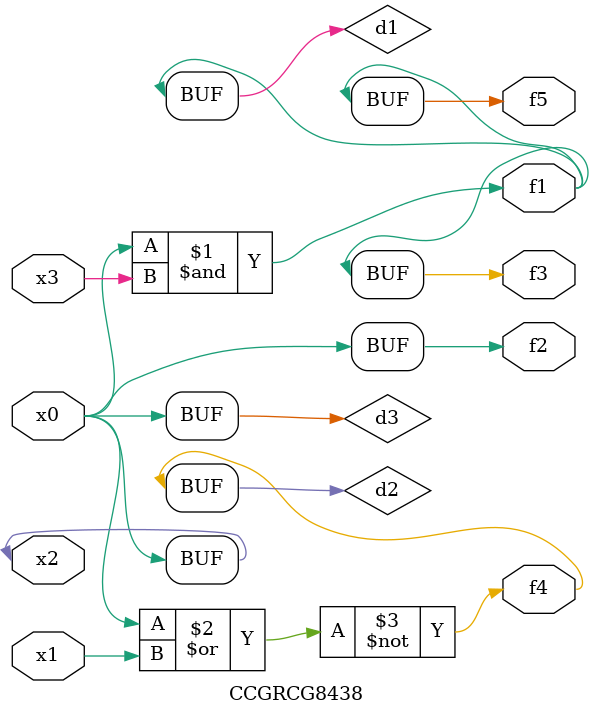
<source format=v>
module CCGRCG8438(
	input x0, x1, x2, x3,
	output f1, f2, f3, f4, f5
);

	wire d1, d2, d3;

	and (d1, x2, x3);
	nor (d2, x0, x1);
	buf (d3, x0, x2);
	assign f1 = d1;
	assign f2 = d3;
	assign f3 = d1;
	assign f4 = d2;
	assign f5 = d1;
endmodule

</source>
